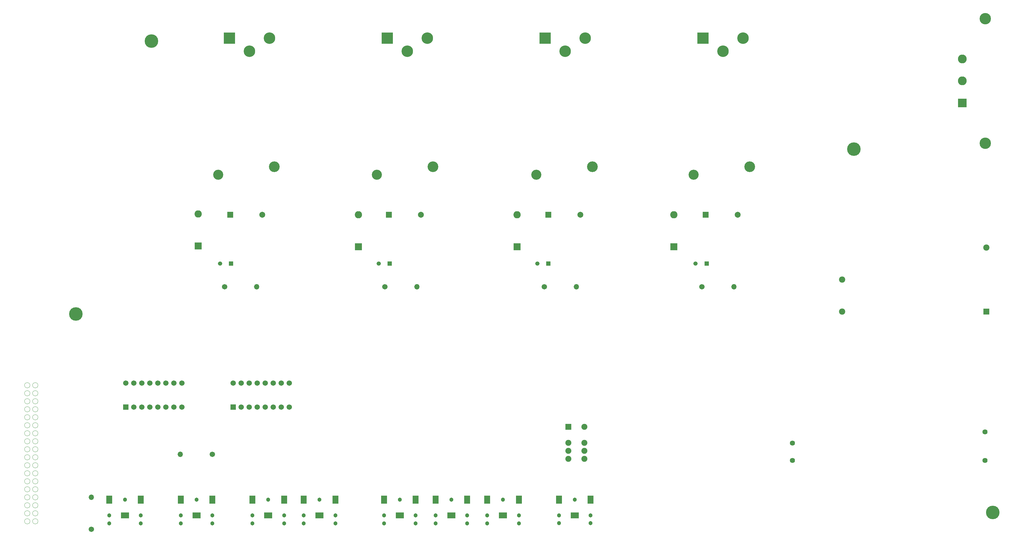
<source format=gbs>
G04 #@! TF.GenerationSoftware,KiCad,Pcbnew,5.1.5-52549c5~84~ubuntu18.04.1*
G04 #@! TF.CreationDate,2020-02-20T19:04:47-05:00*
G04 #@! TF.ProjectId,cropdroid-reservoir,63726f70-6472-46f6-9964-2d7265736572,0.5a*
G04 #@! TF.SameCoordinates,Original*
G04 #@! TF.FileFunction,Soldermask,Bot*
G04 #@! TF.FilePolarity,Negative*
%FSLAX46Y46*%
G04 Gerber Fmt 4.6, Leading zero omitted, Abs format (unit mm)*
G04 Created by KiCad (PCBNEW 5.1.5-52549c5~84~ubuntu18.04.1) date 2020-02-20 19:04:47*
%MOMM*%
%LPD*%
G04 APERTURE LIST*
%ADD10C,0.100000*%
%ADD11C,1.625600*%
%ADD12C,3.391600*%
%ADD13C,3.191600*%
%ADD14R,1.861600X1.861600*%
%ADD15C,1.861600*%
%ADD16C,3.601600*%
%ADD17R,2.801600X2.801600*%
%ADD18C,2.801600*%
%ADD19C,1.982600*%
%ADD20R,1.982600X1.982600*%
%ADD21C,3.657600*%
%ADD22R,3.657600X3.657600*%
%ADD23O,1.701600X1.701600*%
%ADD24C,1.701600*%
%ADD25R,1.701600X1.701600*%
%ADD26C,1.331600*%
%ADD27R,1.331600X1.331600*%
%ADD28O,2.301600X2.301600*%
%ADD29R,2.301600X2.301600*%
%ADD30C,1.301600*%
%ADD31R,2.601600X1.901600*%
%ADD32R,1.901600X2.601600*%
%ADD33C,4.301600*%
%ADD34R,1.901600X1.901600*%
%ADD35C,1.901600*%
G04 APERTURE END LIST*
D10*
X58595184Y-210235800D02*
G75*
G03X58595184Y-210235800I-860984J0D01*
G01*
X56055184Y-210235800D02*
G75*
G03X56055184Y-210235800I-860984J0D01*
G01*
X58595184Y-207695800D02*
G75*
G03X58595184Y-207695800I-860984J0D01*
G01*
X56055184Y-207695800D02*
G75*
G03X56055184Y-207695800I-860984J0D01*
G01*
X58595184Y-205155800D02*
G75*
G03X58595184Y-205155800I-860984J0D01*
G01*
X56055184Y-205155800D02*
G75*
G03X56055184Y-205155800I-860984J0D01*
G01*
X58595184Y-202615800D02*
G75*
G03X58595184Y-202615800I-860984J0D01*
G01*
X56055184Y-202615800D02*
G75*
G03X56055184Y-202615800I-860984J0D01*
G01*
X58595184Y-200075800D02*
G75*
G03X58595184Y-200075800I-860984J0D01*
G01*
X56055184Y-200075800D02*
G75*
G03X56055184Y-200075800I-860984J0D01*
G01*
X58595184Y-197535800D02*
G75*
G03X58595184Y-197535800I-860984J0D01*
G01*
X56055184Y-197535800D02*
G75*
G03X56055184Y-197535800I-860984J0D01*
G01*
X58595184Y-194995800D02*
G75*
G03X58595184Y-194995800I-860984J0D01*
G01*
X56055184Y-194995800D02*
G75*
G03X56055184Y-194995800I-860984J0D01*
G01*
X58595184Y-192455800D02*
G75*
G03X58595184Y-192455800I-860984J0D01*
G01*
X56055184Y-192455800D02*
G75*
G03X56055184Y-192455800I-860984J0D01*
G01*
X58595184Y-189915800D02*
G75*
G03X58595184Y-189915800I-860984J0D01*
G01*
X56055184Y-189915800D02*
G75*
G03X56055184Y-189915800I-860984J0D01*
G01*
X58595184Y-187375800D02*
G75*
G03X58595184Y-187375800I-860984J0D01*
G01*
X56055184Y-187375800D02*
G75*
G03X56055184Y-187375800I-860984J0D01*
G01*
X58595184Y-184835800D02*
G75*
G03X58595184Y-184835800I-860984J0D01*
G01*
X56055184Y-184835800D02*
G75*
G03X56055184Y-184835800I-860984J0D01*
G01*
X58595184Y-182295800D02*
G75*
G03X58595184Y-182295800I-860984J0D01*
G01*
X56055184Y-182295800D02*
G75*
G03X56055184Y-182295800I-860984J0D01*
G01*
X58595184Y-179755800D02*
G75*
G03X58595184Y-179755800I-860984J0D01*
G01*
X56055184Y-179755800D02*
G75*
G03X56055184Y-179755800I-860984J0D01*
G01*
X58595184Y-177215800D02*
G75*
G03X58595184Y-177215800I-860984J0D01*
G01*
X56055184Y-177215800D02*
G75*
G03X56055184Y-177215800I-860984J0D01*
G01*
X58595184Y-174675800D02*
G75*
G03X58595184Y-174675800I-860984J0D01*
G01*
X56055184Y-174675800D02*
G75*
G03X56055184Y-174675800I-860984J0D01*
G01*
X58595184Y-172135800D02*
G75*
G03X58595184Y-172135800I-860984J0D01*
G01*
X56055184Y-172135800D02*
G75*
G03X56055184Y-172135800I-860984J0D01*
G01*
X58595184Y-169595800D02*
G75*
G03X58595184Y-169595800I-860984J0D01*
G01*
X56055184Y-169595800D02*
G75*
G03X56055184Y-169595800I-860984J0D01*
G01*
X58595184Y-167055800D02*
G75*
G03X58595184Y-167055800I-860984J0D01*
G01*
X56055184Y-167055800D02*
G75*
G03X56055184Y-167055800I-860984J0D01*
G01*
D11*
X297788200Y-185387800D03*
X297788200Y-190887800D03*
X358788200Y-181887800D03*
X358788200Y-190887800D03*
D12*
X234378500Y-97726500D03*
D13*
X216598500Y-100266500D03*
D14*
X220408500Y-112966500D03*
D15*
X230568500Y-112966500D03*
D16*
X358912200Y-90220000D03*
X358912200Y-50720000D03*
D17*
X351612200Y-77470000D03*
D18*
X351612200Y-70470000D03*
X351612200Y-63470000D03*
D19*
X313512200Y-133527800D03*
X313512200Y-143687800D03*
X359232200Y-123367800D03*
D20*
X359232200Y-143687800D03*
D21*
X175704500Y-61042500D03*
X182054500Y-56852500D03*
D22*
X169354500Y-56852500D03*
D23*
X279222200Y-135813800D03*
D24*
X269062200Y-135813800D03*
X138252200Y-166370000D03*
X138252200Y-173990000D03*
X120472200Y-166370000D03*
X123012200Y-166370000D03*
X125552200Y-166370000D03*
X128092200Y-166370000D03*
X130632200Y-166370000D03*
X133172200Y-166370000D03*
X135712200Y-166370000D03*
X135712200Y-173990000D03*
X133172200Y-173990000D03*
X130632200Y-173990000D03*
X128092200Y-173990000D03*
X125552200Y-173990000D03*
X123012200Y-173990000D03*
D25*
X120472200Y-173990000D03*
D12*
X284226000Y-97726500D03*
D13*
X266446000Y-100266500D03*
D14*
X270256000Y-112966500D03*
D15*
X280416000Y-112966500D03*
D21*
X275777960Y-61042500D03*
X282127960Y-56852500D03*
D22*
X269427960Y-56852500D03*
D26*
X267058200Y-128447800D03*
D27*
X270558200Y-128447800D03*
D28*
X260172200Y-112966500D03*
D29*
X260172200Y-123126500D03*
D30*
X194661800Y-210877800D03*
X194661800Y-208377800D03*
X184661800Y-210877800D03*
X184661800Y-208377800D03*
X189661800Y-203377800D03*
D31*
X189661800Y-208377800D03*
D32*
X194661800Y-203377800D03*
X184661800Y-203377800D03*
D30*
X136597400Y-210877800D03*
X136597400Y-208377800D03*
X126597400Y-210877800D03*
X126597400Y-208377800D03*
X131597400Y-203377800D03*
D31*
X131597400Y-208377800D03*
D32*
X136597400Y-203377800D03*
X126597400Y-203377800D03*
D30*
X211019400Y-210877800D03*
X211019400Y-208377800D03*
X201019400Y-210877800D03*
X201019400Y-208377800D03*
X206019400Y-203377800D03*
D31*
X206019400Y-208377800D03*
D32*
X211019400Y-203377800D03*
X201019400Y-203377800D03*
D33*
X94564200Y-57835800D03*
D30*
X91147900Y-210890500D03*
X91147900Y-208390500D03*
X81147900Y-210890500D03*
X81147900Y-208390500D03*
X86147900Y-203390500D03*
D31*
X86147900Y-208390500D03*
D32*
X91147900Y-203390500D03*
X81147900Y-203390500D03*
D30*
X113864400Y-210877800D03*
X113864400Y-208377800D03*
X103864400Y-210877800D03*
X103864400Y-208377800D03*
X108864400Y-203377800D03*
D31*
X108864400Y-208377800D03*
D32*
X113864400Y-203377800D03*
X103864400Y-203377800D03*
D33*
X317195200Y-92125800D03*
X70561200Y-144449800D03*
X361264200Y-207441800D03*
D23*
X178752500Y-135826500D03*
D24*
X168592500Y-135826500D03*
D26*
X116296500Y-128460500D03*
D27*
X119796500Y-128460500D03*
D23*
X229298500Y-135826500D03*
D24*
X219138500Y-135826500D03*
D23*
X127952500Y-135826500D03*
D24*
X117792500Y-135826500D03*
D26*
X216880500Y-128460500D03*
D27*
X220380500Y-128460500D03*
D26*
X166588500Y-128460500D03*
D27*
X170088500Y-128460500D03*
D34*
X226695000Y-180213000D03*
D35*
X226695000Y-185293000D03*
X226695000Y-187833000D03*
X226695000Y-190373000D03*
X231775000Y-190373000D03*
X231775000Y-187833000D03*
X231775000Y-185293000D03*
X231775000Y-180213000D03*
D23*
X103733600Y-188976000D03*
D24*
X113893600Y-188976000D03*
D23*
X75552300Y-202628500D03*
D24*
X75552300Y-212788500D03*
X104216200Y-166370000D03*
X104216200Y-173990000D03*
X86436200Y-166370000D03*
X88976200Y-166370000D03*
X91516200Y-166370000D03*
X94056200Y-166370000D03*
X96596200Y-166370000D03*
X99136200Y-166370000D03*
X101676200Y-166370000D03*
X101676200Y-173990000D03*
X99136200Y-173990000D03*
X96596200Y-173990000D03*
X94056200Y-173990000D03*
X91516200Y-173990000D03*
X88976200Y-173990000D03*
D25*
X86436200Y-173990000D03*
D12*
X183832500Y-97726500D03*
D13*
X166052500Y-100266500D03*
D14*
X169862500Y-112966500D03*
D15*
X180022500Y-112966500D03*
D12*
X133540500Y-97726500D03*
D13*
X115760500Y-100266500D03*
D14*
X119570500Y-112966500D03*
D15*
X129730500Y-112966500D03*
D21*
X225742500Y-61042500D03*
X232092500Y-56852500D03*
D22*
X219392500Y-56852500D03*
D21*
X125666500Y-61042500D03*
X132016500Y-56852500D03*
D22*
X119316500Y-56852500D03*
D28*
X210502500Y-112966500D03*
D29*
X210502500Y-123126500D03*
D28*
X160210500Y-112966500D03*
D29*
X160210500Y-123126500D03*
D28*
X109410500Y-112712500D03*
D29*
X109410500Y-122872500D03*
D30*
X233727000Y-210827000D03*
X233727000Y-208327000D03*
X223727000Y-210827000D03*
X223727000Y-208327000D03*
X228727000Y-203327000D03*
D31*
X228727000Y-208327000D03*
D32*
X233727000Y-203327000D03*
X223727000Y-203327000D03*
D30*
X152853400Y-210877800D03*
X152853400Y-208377800D03*
X142853400Y-210877800D03*
X142853400Y-208377800D03*
X147853400Y-203377800D03*
D31*
X147853400Y-208377800D03*
D32*
X152853400Y-203377800D03*
X142853400Y-203377800D03*
D30*
X178304200Y-210877800D03*
X178304200Y-208377800D03*
X168304200Y-210877800D03*
X168304200Y-208377800D03*
X173304200Y-203377800D03*
D31*
X173304200Y-208377800D03*
D32*
X178304200Y-203377800D03*
X168304200Y-203377800D03*
M02*

</source>
